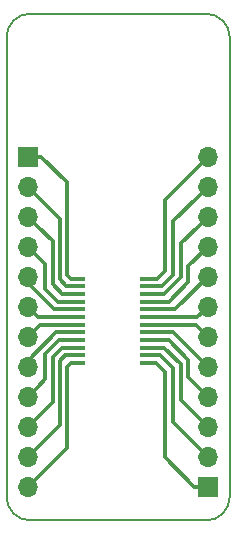
<source format=gbr>
G04 #@! TF.GenerationSoftware,KiCad,Pcbnew,5.1.5-52549c5~84~ubuntu19.10.1*
G04 #@! TF.CreationDate,2020-02-24T20:41:03+02:00*
G04 #@! TF.ProjectId,BRK-TSSOP-24-4.4x7.8-P0.65,42524b2d-5453-4534-9f50-2d32342d342e,v1.0*
G04 #@! TF.SameCoordinates,Original*
G04 #@! TF.FileFunction,Copper,L1,Top*
G04 #@! TF.FilePolarity,Positive*
%FSLAX46Y46*%
G04 Gerber Fmt 4.6, Leading zero omitted, Abs format (unit mm)*
G04 Created by KiCad (PCBNEW 5.1.5-52549c5~84~ubuntu19.10.1) date 2020-02-24 20:41:03*
%MOMM*%
%LPD*%
G04 APERTURE LIST*
%ADD10C,0.150000*%
%ADD11R,1.100000X0.400000*%
%ADD12O,1.700000X1.700000*%
%ADD13R,1.700000X1.700000*%
%ADD14C,0.300000*%
G04 APERTURE END LIST*
D10*
X53000000Y-90900000D02*
G75*
G02X51000000Y-88900000I0J2000000D01*
G01*
X69900000Y-88900000D02*
G75*
G02X67900000Y-90900000I-2000000J0D01*
G01*
X67900000Y-48000000D02*
G75*
G02X69900000Y-50000000I0J-2000000D01*
G01*
X51000000Y-50000000D02*
G75*
G02X53000000Y-48000000I2000000J0D01*
G01*
X67900000Y-90900000D02*
X53000000Y-90900000D01*
X69900000Y-50000000D02*
X69900000Y-88900000D01*
X53000000Y-48000000D02*
X67900000Y-48000000D01*
X51000000Y-88900000D02*
X51000000Y-50000000D01*
D11*
X62850000Y-70425000D03*
X62850000Y-71075000D03*
X62850000Y-71725000D03*
X62850000Y-72375000D03*
X62850000Y-73025000D03*
X62850000Y-73675000D03*
X62850000Y-74325000D03*
X62850000Y-74975000D03*
X62850000Y-75625000D03*
X62850000Y-76275000D03*
X62850000Y-76925000D03*
X62850000Y-77575000D03*
X57150000Y-77575000D03*
X57150000Y-76925000D03*
X57150000Y-76275000D03*
X57150000Y-75625000D03*
X57150000Y-74975000D03*
X57150000Y-74325000D03*
X57150000Y-73675000D03*
X57150000Y-73025000D03*
X57150000Y-72375000D03*
X57150000Y-71725000D03*
X57150000Y-71075000D03*
X57150000Y-70425000D03*
D12*
X68040000Y-60100000D03*
X68040000Y-62640000D03*
X68040000Y-65180000D03*
X68040000Y-67720000D03*
X68040000Y-70260000D03*
X68040000Y-72800000D03*
X68040000Y-75340000D03*
X68040000Y-77880000D03*
X68040000Y-80420000D03*
X68040000Y-82960000D03*
X68040000Y-85500000D03*
D13*
X68040000Y-88040000D03*
D12*
X52800000Y-88040000D03*
X52800000Y-85500000D03*
X52800000Y-82960000D03*
X52800000Y-80420000D03*
X52800000Y-77880000D03*
X52800000Y-75340000D03*
X52800000Y-72800000D03*
X52800000Y-70260000D03*
X52800000Y-67720000D03*
X52800000Y-65180000D03*
X52800000Y-62640000D03*
D13*
X52800000Y-60100000D03*
D14*
X53950000Y-60100000D02*
X52800000Y-60100000D01*
X56100000Y-62250000D02*
X53950000Y-60100000D01*
X56100000Y-70100000D02*
X56100000Y-62250000D01*
X57150000Y-70425000D02*
X56425000Y-70425000D01*
X56425000Y-70425000D02*
X56100000Y-70100000D01*
X52840000Y-62600000D02*
X52800000Y-62640000D01*
X53649999Y-63489999D02*
X52800000Y-62640000D01*
X55500000Y-65340000D02*
X53649999Y-63489999D01*
X55500000Y-70500000D02*
X55500000Y-65340000D01*
X57150000Y-71075000D02*
X56075000Y-71075000D01*
X56075000Y-71075000D02*
X55500000Y-70500000D01*
X53649999Y-66029999D02*
X52800000Y-65180000D01*
X57150000Y-71725000D02*
X55725000Y-71725000D01*
X54900010Y-67280010D02*
X53649999Y-66029999D01*
X54900010Y-70900010D02*
X54900010Y-67280010D01*
X55725000Y-71725000D02*
X54900010Y-70900010D01*
X66890000Y-88040000D02*
X68040000Y-88040000D01*
X64400000Y-85550000D02*
X66890000Y-88040000D01*
X64400000Y-78300000D02*
X64400000Y-85550000D01*
X62850000Y-77575000D02*
X63675000Y-77575000D01*
X63675000Y-77575000D02*
X64400000Y-78300000D01*
X65100000Y-78000000D02*
X65100000Y-82560000D01*
X65100000Y-82560000D02*
X67190001Y-84650001D01*
X62850000Y-76925000D02*
X64025000Y-76925000D01*
X67190001Y-84650001D02*
X68040000Y-85500000D01*
X64025000Y-76925000D02*
X65100000Y-78000000D01*
X65800000Y-80720000D02*
X67190001Y-82110001D01*
X65800000Y-77700000D02*
X65800000Y-80720000D01*
X62850000Y-76275000D02*
X64375000Y-76275000D01*
X67190001Y-82110001D02*
X68040000Y-82960000D01*
X64375000Y-76275000D02*
X65800000Y-77700000D01*
X54300000Y-69220000D02*
X53649999Y-68569999D01*
X53649999Y-68569999D02*
X52800000Y-67720000D01*
X54300000Y-71300000D02*
X54300000Y-69220000D01*
X57150000Y-72375000D02*
X55375000Y-72375000D01*
X55375000Y-72375000D02*
X54300000Y-71300000D01*
X66400000Y-78780000D02*
X68040000Y-80420000D01*
X66400000Y-77300000D02*
X66400000Y-78780000D01*
X62850000Y-75625000D02*
X64725000Y-75625000D01*
X64725000Y-75625000D02*
X66400000Y-77300000D01*
X53815000Y-74325000D02*
X52800000Y-75340000D01*
X57150000Y-74325000D02*
X53815000Y-74325000D01*
X53675000Y-73675000D02*
X52800000Y-72800000D01*
X57150000Y-73675000D02*
X53675000Y-73675000D01*
X52800000Y-70800000D02*
X52800000Y-70260000D01*
X57150000Y-73025000D02*
X55025000Y-73025000D01*
X55025000Y-73025000D02*
X52800000Y-70800000D01*
X67165000Y-73675000D02*
X68040000Y-72800000D01*
X62850000Y-73675000D02*
X67165000Y-73675000D01*
X67025000Y-74325000D02*
X68040000Y-75340000D01*
X62850000Y-74325000D02*
X67025000Y-74325000D01*
X65135000Y-74975000D02*
X68040000Y-77880000D01*
X62850000Y-74975000D02*
X65135000Y-74975000D01*
X54900000Y-80860000D02*
X53649999Y-82110001D01*
X53649999Y-82110001D02*
X52800000Y-82960000D01*
X54900000Y-77100000D02*
X54900000Y-80860000D01*
X57150000Y-76275000D02*
X55725000Y-76275000D01*
X55725000Y-76275000D02*
X54900000Y-77100000D01*
X53649999Y-79570001D02*
X52800000Y-80420000D01*
X54300000Y-78920000D02*
X53649999Y-79570001D01*
X54300000Y-76800000D02*
X54300000Y-78920000D01*
X57150000Y-75625000D02*
X55475000Y-75625000D01*
X55475000Y-75625000D02*
X54300000Y-76800000D01*
X52800000Y-77400000D02*
X52800000Y-77880000D01*
X57150000Y-74975000D02*
X55225000Y-74975000D01*
X55225000Y-74975000D02*
X52800000Y-77400000D01*
X62850000Y-71725000D02*
X64375000Y-71725000D01*
X67190001Y-66029999D02*
X68040000Y-65180000D01*
X65800000Y-67420000D02*
X67190001Y-66029999D01*
X65800000Y-70300000D02*
X65800000Y-67420000D01*
X64375000Y-71725000D02*
X65800000Y-70300000D01*
X66400000Y-69360000D02*
X68040000Y-67720000D01*
X66400000Y-70700000D02*
X66400000Y-69360000D01*
X62850000Y-72375000D02*
X64725000Y-72375000D01*
X64725000Y-72375000D02*
X66400000Y-70700000D01*
X65275000Y-73025000D02*
X68040000Y-70260000D01*
X62850000Y-73025000D02*
X65275000Y-73025000D01*
X56100000Y-84740000D02*
X52800000Y-88040000D01*
X56100000Y-77900000D02*
X56100000Y-84740000D01*
X57150000Y-77575000D02*
X56425000Y-77575000D01*
X56425000Y-77575000D02*
X56100000Y-77900000D01*
X55500000Y-82800000D02*
X53649999Y-84650001D01*
X55500000Y-77400000D02*
X55500000Y-82800000D01*
X53649999Y-84650001D02*
X52800000Y-85500000D01*
X57150000Y-76925000D02*
X55975000Y-76925000D01*
X55975000Y-76925000D02*
X55500000Y-77400000D01*
X64400000Y-63740000D02*
X68040000Y-60100000D01*
X64400000Y-69800000D02*
X64400000Y-63740000D01*
X62850000Y-70425000D02*
X63775000Y-70425000D01*
X63775000Y-70425000D02*
X64400000Y-69800000D01*
X65100000Y-70100000D02*
X65100000Y-65580000D01*
X67190001Y-63489999D02*
X68040000Y-62640000D01*
X62850000Y-71075000D02*
X64125000Y-71075000D01*
X65100000Y-65580000D02*
X67190001Y-63489999D01*
X64125000Y-71075000D02*
X65100000Y-70100000D01*
M02*

</source>
